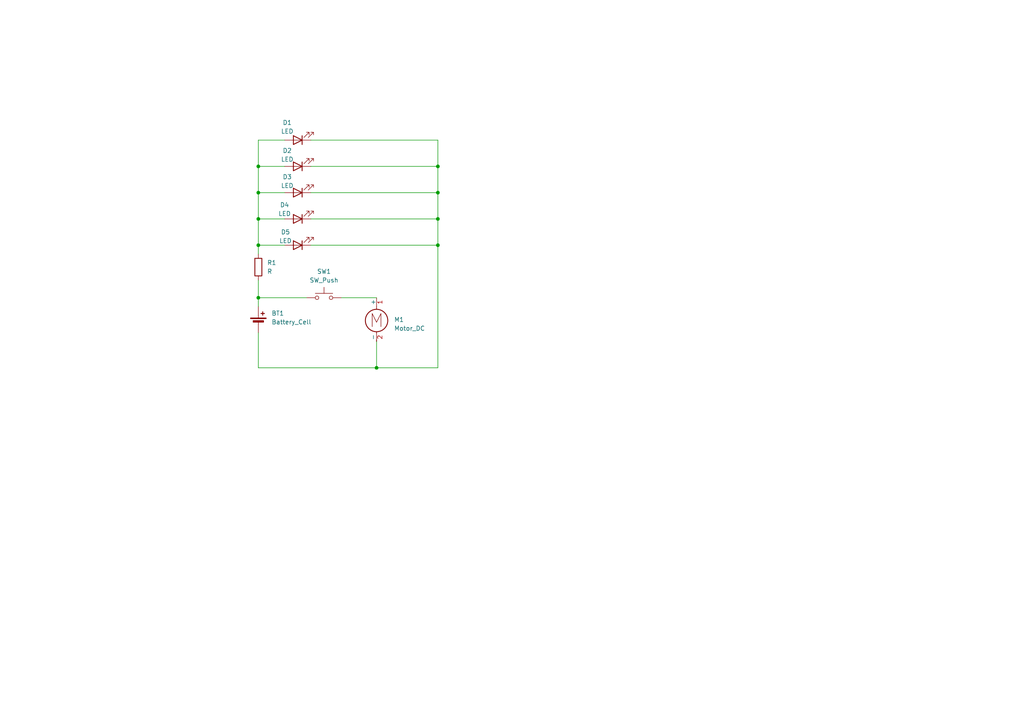
<source format=kicad_sch>
(kicad_sch (version 20250114) (generator "eeschema") (generator_version "9.0")
  (paper "A4")
  (lib_symbols
    (symbol "Device:Battery_Cell" (pin_numbers (hide yes)) (pin_names (offset 0) (hide yes))
      (property "Reference" "BT" (at 2.54 2.54 0))
      (property "Value" "Battery_Cell" (at 2.54 0 0))
      (symbol "Battery_Cell_0_1"
        (rectangle (start -2.286 1.778) (end 2.286 1.524) (fill (type outline)))
        (rectangle (start -1.524 1.016) (end 1.524 0.508) (fill (type outline)))
        (polyline (pts (xy 0 1.778) (xy 0 2.54)))
        (polyline (pts (xy 0 0.762) (xy 0 0)))
        (polyline (pts (xy 0.762 3.048) (xy 1.778 3.048)) (stroke (width 0.254)))
        (polyline (pts (xy 1.27 3.556) (xy 1.27 2.54)) (stroke (width 0.254)))
      )
      (symbol "Battery_Cell_1_1"
        (pin passive line (at 0 5.08 270) (length 2.54) (name "+") (number "1"))
        (pin passive line (at 0 -2.54 90) (length 2.54) (name "-") (number "2"))
      )
    )
    (symbol "Device:LED" (pin_numbers (hide yes)) (pin_names (offset 1.016) (hide yes))
      (property "Reference" "D" (at 0 2.54 0))
      (property "Value" "LED" (at 0 -2.54 0))
      (symbol "LED_0_1"
        (polyline (pts (xy -3.048 -0.762) (xy -4.572 -2.286) (xy -3.81 -2.286) (xy -4.572 -2.286) (xy -4.572 -1.524)))
        (polyline (pts (xy -1.778 -0.762) (xy -3.302 -2.286) (xy -2.54 -2.286) (xy -3.302 -2.286) (xy -3.302 -1.524)))
        (polyline (pts (xy -1.27 0) (xy 1.27 0)))
        (polyline (pts (xy -1.27 -1.27) (xy -1.27 1.27)) (stroke (width 0.254)))
        (polyline (pts (xy 1.27 -1.27) (xy 1.27 1.27) (xy -1.27 0) (xy 1.27 -1.27)) (stroke (width 0.254)))
      )
      (symbol "LED_1_1"
        (pin passive line (at -3.81 0 0) (length 2.54) (name "K") (number "1"))
        (pin passive line (at 3.81 0 180) (length 2.54) (name "A") (number "2"))
      )
    )
    (symbol "Device:R" (pin_numbers (hide yes)) (pin_names (offset 0))
      (property "Reference" "R" (at 2.032 0 90))
      (property "Value" "R" (at 0 0 90))
      (symbol "R_0_1"
        (rectangle (start -1.016 -2.54) (end 1.016 2.54) (stroke (width 0.254)))
      )
      (symbol "R_1_1"
        (pin passive line (at 0 3.81 270) (length 1.27) (name "~") (number "1"))
        (pin passive line (at 0 -3.81 90) (length 1.27) (name "~") (number "2"))
      )
    )
    (symbol "Motor:Motor_DC" (pin_names (offset 0))
      (property "Reference" "M" (at 2.54 2.54 0))
      (property "Value" "Motor_DC" (at 2.54 -5.08 0))
      (symbol "Motor_DC_0_0"
        (polyline (pts (xy -1.27 -3.302) (xy -1.27 0.508) (xy 0 -2.032) (xy 1.27 0.508) (xy 1.27 -3.302)))
      )
      (symbol "Motor_DC_0_1"
        (polyline (pts (xy 0 2.032) (xy 0 2.54)))
        (polyline (pts (xy 0 1.7272) (xy 0 2.0828)))
        (circle (center 0 -1.524) (radius 3.2512) (stroke (width 0.254)))
        (polyline (pts (xy 0 -4.7752) (xy 0 -5.1816)))
        (polyline (pts (xy 0 -7.62) (xy 0 -7.112)))
      )
      (symbol "Motor_DC_1_1"
        (pin passive line (at 0 5.08 270) (length 2.54) (name "+") (number "1"))
        (pin passive line (at 0 -7.62 90) (length 2.54) (name "-") (number "2"))
      )
    )
    (symbol "Switch:SW_Push" (pin_numbers (hide yes)) (pin_names (offset 1.016) (hide yes))
      (property "Reference" "SW" (at 1.27 2.54 0))
      (property "Value" "SW_Push" (at 0 -1.524 0))
      (symbol "SW_Push_0_1"
        (circle (center -2.032 0) (radius 0.508))
        (polyline (pts (xy 0 1.27) (xy 0 3.048)))
        (circle (center 2.032 0) (radius 0.508))
        (polyline (pts (xy 2.54 1.27) (xy -2.54 1.27)))
        (pin passive line (at -5.08 0 0) (length 2.54) (name "1") (number "1"))
        (pin passive line (at 5.08 0 180) (length 2.54) (name "2") (number "2"))
      )
    )
  )
  (junction (at 127 63.5))
  (junction (at 74.93 71.12))
  (junction (at 127 71.12))
  (junction (at 127 48.26))
  (junction (at 74.93 48.26))
  (junction (at 74.93 86.36))
  (junction (at 109.22 106.68))
  (junction (at 74.93 55.88))
  (junction (at 127 55.88))
  (junction (at 74.93 63.5))
  (wire (pts (xy 90.17 48.26) (xy 127 48.26)))
  (wire (pts (xy 90.17 63.5) (xy 127 63.5)))
  (wire (pts (xy 90.17 55.88) (xy 127 55.88)))
  (wire (pts (xy 74.93 71.12) (xy 82.55 71.12)))
  (wire (pts (xy 90.17 71.12) (xy 127 71.12)))
  (wire (pts (xy 74.93 48.26) (xy 74.93 40.64)))
  (wire (pts (xy 74.93 48.26) (xy 82.55 48.26)))
  (wire (pts (xy 127 48.26) (xy 127 40.64)))
  (wire (pts (xy 127 40.64) (xy 90.17 40.64)))
  (wire (pts (xy 74.93 86.36) (xy 88.9 86.36)))
  (wire (pts (xy 74.93 55.88) (xy 82.55 55.88)))
  (wire (pts (xy 109.22 106.68) (xy 127 106.68)))
  (wire (pts (xy 99.06 86.36) (xy 109.22 86.36)))
  (wire (pts (xy 74.93 73.66) (xy 74.93 71.12)))
  (wire (pts (xy 74.93 81.28) (xy 74.93 86.36)))
  (wire (pts (xy 74.93 40.64) (xy 82.55 40.64)))
  (wire (pts (xy 74.93 55.88) (xy 74.93 48.26)))
  (wire (pts (xy 109.22 99.06) (xy 109.22 106.68)))
  (wire (pts (xy 127 55.88) (xy 127 48.26)))
  (wire (pts (xy 74.93 86.36) (xy 74.93 88.9)))
  (wire (pts (xy 74.93 96.52) (xy 74.93 106.68)))
  (wire (pts (xy 127 55.88) (xy 127 63.5)))
  (wire (pts (xy 74.93 63.5) (xy 82.55 63.5)))
  (wire (pts (xy 74.93 71.12) (xy 74.93 63.5)))
  (wire (pts (xy 127 63.5) (xy 127 71.12)))
  (wire (pts (xy 74.93 106.68) (xy 109.22 106.68)))
  (wire (pts (xy 127 71.12) (xy 127 106.68)))
  (wire (pts (xy 74.93 63.5) (xy 74.93 55.88)))
  (symbol (lib_id "Motor:Motor_DC") (at 109.22 91.44 0) (unit 1)
    (property "Reference" "M1" (at 114.3 92.7099 0) (effects (justify left)))
    (property "Value" "Motor_DC" (at 114.3 95.2499 0) (effects (justify left)))
    (property "Footprint" "Connector_PinHeader_2.54mm:PinHeader_1x02_P2.54mm_Vertical" (effects (hide yes)))
    (property "Description" "DC Motor" (effects (hide yes)))
  )
  (symbol (lib_id "Device:LED") (at 86.36 40.64 180) (unit 1)
    (property "Reference" "D1" (at 83.312 35.56 0))
    (property "Value" "LED" (at 83.312 38.1 0))
    (property "Footprint" "LED_THT:LED_D5.0mm" (effects (hide yes)))
    (property "Description" "Light emitting diode" (effects (hide yes)))
    (property "Sim.Pins" "1=K 2=A" (effects (hide yes)))
  )
  (symbol (lib_id "Device:LED") (at 86.36 55.88 180) (unit 1)
    (property "Reference" "D3" (at 83.312 51.308 0))
    (property "Value" "LED" (at 83.312 53.848 0))
    (property "Footprint" "LED_THT:LED_D5.0mm" (effects (hide yes)))
    (property "Description" "Light emitting diode" (effects (hide yes)))
    (property "Sim.Pins" "1=K 2=A" (effects (hide yes)))
  )
  (symbol (lib_id "Device:Battery_Cell") (at 74.93 93.98 0) (unit 1)
    (property "Reference" "BT1" (at 78.74 90.8684 0) (effects (justify left)))
    (property "Value" "Battery_Cell" (at 78.74 93.4084 0) (effects (justify left)))
    (property "Footprint" "Battery:BatteryHolder_Keystone_3034_1x20mm" (effects (hide yes)))
    (property "Description" "Single-cell battery" (effects (hide yes)))
  )
  (symbol (lib_id "Switch:SW_Push") (at 93.98 86.36 0) (unit 1)
    (property "Reference" "SW1" (at 93.98 78.74 0))
    (property "Value" "SW_Push" (at 93.98 81.28 0))
    (property "Footprint" "Button_Switch_THT:SW_PUSH_6mm" (effects (hide yes)))
    (property "Description" "Push button switch, generic, two pins" (effects (hide yes)))
  )
  (symbol (lib_id "Device:LED") (at 86.36 71.12 180) (unit 1)
    (property "Reference" "D5" (at 82.804 67.31 0))
    (property "Value" "LED" (at 82.804 69.85 0))
    (property "Footprint" "LED_THT:LED_D5.0mm" (effects (hide yes)))
    (property "Description" "Light emitting diode" (effects (hide yes)))
    (property "Sim.Pins" "1=K 2=A" (effects (hide yes)))
  )
  (symbol (lib_id "Device:LED") (at 86.36 48.26 180) (unit 1)
    (property "Reference" "D2" (at 83.312 43.688 0))
    (property "Value" "LED" (at 83.312 46.228 0))
    (property "Footprint" "LED_THT:LED_D5.0mm" (effects (hide yes)))
    (property "Description" "Light emitting diode" (effects (hide yes)))
    (property "Sim.Pins" "1=K 2=A" (effects (hide yes)))
  )
  (symbol (lib_id "Device:R") (at 74.93 77.47 0) (unit 1)
    (property "Reference" "R1" (at 77.47 76.1999 0) (effects (justify left)))
    (property "Value" "R" (at 77.47 78.7399 0) (effects (justify left)))
    (property "Footprint" "Resistor_THT:R_Axial_DIN0207_L6.3mm_D2.5mm_P7.62mm_Horizontal" (effects (hide yes)))
    (property "Description" "Resistor" (effects (hide yes)))
  )
  (symbol (lib_id "Device:LED") (at 86.36 63.5 180) (unit 1)
    (property "Reference" "D4" (at 82.55 59.436 0))
    (property "Value" "LED" (at 82.55 61.976 0))
    (property "Footprint" "LED_THT:LED_D5.0mm" (effects (hide yes)))
    (property "Description" "Light emitting diode" (effects (hide yes)))
    (property "Sim.Pins" "1=K 2=A" (effects (hide yes)))
  )
)
</source>
